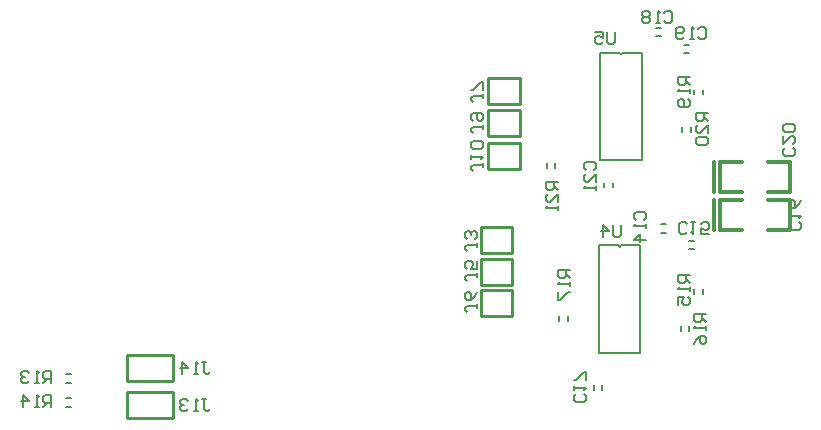
<source format=gbo>
G04 Layer_Color=32896*
%FSLAX25Y25*%
%MOIN*%
G70*
G01*
G75*
%ADD25C,0.00787*%
%ADD45C,0.01000*%
%ADD46C,0.01200*%
%ADD49C,0.00700*%
D25*
X378010Y194913D02*
X378650Y194274D01*
X379289Y194913D01*
X378435Y259134D02*
X379075Y258494D01*
X379715Y259134D01*
X392551Y201831D02*
X394126D01*
X392551Y199075D02*
X394126D01*
X401880Y196378D02*
X403455D01*
X401880Y193622D02*
X403455D01*
X372878Y146713D02*
Y148287D01*
X370122Y146713D02*
Y148287D01*
X390760Y267378D02*
X392335D01*
X390760Y264622D02*
X392335D01*
X400213Y261732D02*
X401787D01*
X400213Y258976D02*
X401787D01*
X376378Y214213D02*
Y215787D01*
X373622Y214213D02*
Y215787D01*
X194260Y149122D02*
X195835D01*
X194260Y151878D02*
X195835D01*
X194213Y141122D02*
X195787D01*
X194213Y143878D02*
X195787D01*
X406378Y178713D02*
Y180287D01*
X403622Y178713D02*
Y180287D01*
X401878Y166331D02*
Y167906D01*
X399122Y166331D02*
Y167906D01*
X361378Y169760D02*
Y171335D01*
X358622Y169760D02*
Y171335D01*
X406378Y245213D02*
Y246787D01*
X403622Y245213D02*
Y246787D01*
X402378Y232713D02*
Y234287D01*
X399622Y232713D02*
Y234287D01*
X357276Y220713D02*
Y222287D01*
X354520Y220713D02*
Y222287D01*
X385575Y159087D02*
Y194913D01*
X371775Y159087D02*
X385575D01*
X371775D02*
Y194913D01*
X378010D01*
X379289D02*
X385575D01*
X386000Y223307D02*
Y259134D01*
X372200Y223307D02*
X386000D01*
X372200D02*
Y259134D01*
X378435D01*
X379715D02*
X386000D01*
D45*
X342953Y192169D02*
Y200831D01*
X332323Y192169D02*
X342953D01*
X332323Y200831D02*
X342953D01*
X332323Y192169D02*
Y200831D01*
X342953Y181669D02*
Y190331D01*
X332323Y181669D02*
X342953D01*
X332323Y190331D02*
X342953D01*
X332323Y181669D02*
Y190331D01*
X342953Y171169D02*
Y179831D01*
X332323Y171169D02*
X342953D01*
X332323Y179831D02*
X342953D01*
X332323Y171169D02*
Y179831D01*
X345453Y242024D02*
Y250685D01*
X334823Y242024D02*
X345453D01*
X334823Y250685D02*
X345453D01*
X334823Y242024D02*
Y250685D01*
X345453Y231169D02*
Y239831D01*
X334823Y231169D02*
X345453D01*
X334823Y239831D02*
X345453D01*
X334823Y231169D02*
Y239831D01*
X345453Y220169D02*
Y228831D01*
X334823Y220169D02*
X345453D01*
X334823Y228831D02*
X345453D01*
X334823Y220169D02*
Y228831D01*
X229953Y137239D02*
Y145901D01*
X214598Y137239D02*
X229953D01*
X214598Y145901D02*
X229953D01*
X214598Y137239D02*
Y145901D01*
Y149606D02*
Y158268D01*
X229953D01*
X214598Y149606D02*
X229953D01*
Y158268D01*
D46*
X412000Y200000D02*
X419500D01*
X412000Y210000D02*
X419500D01*
X428000D02*
X435500D01*
X428000Y200000D02*
X435500D01*
X412000D02*
Y210000D01*
X435500Y200000D02*
Y210000D01*
X410200Y200000D02*
Y210000D01*
X412000Y212500D02*
X419500D01*
X412000Y222500D02*
X419500D01*
X428000D02*
X435500D01*
X428000Y212500D02*
X435500D01*
X412000D02*
Y222500D01*
X435500Y212500D02*
Y222500D01*
X410200Y212500D02*
Y222500D01*
D49*
X384168Y203334D02*
X383501Y204001D01*
Y205334D01*
X384168Y206000D01*
X386834D01*
X387500Y205334D01*
Y204001D01*
X386834Y203334D01*
X387500Y202001D02*
Y200668D01*
Y201335D01*
X383501D01*
X384168Y202001D01*
X387500Y196670D02*
X383501D01*
X385501Y198669D01*
Y196003D01*
X401166Y199168D02*
X400499Y198501D01*
X399166D01*
X398500Y199168D01*
Y201834D01*
X399166Y202500D01*
X400499D01*
X401166Y201834D01*
X402499Y202500D02*
X403832D01*
X403165D01*
Y198501D01*
X402499Y199168D01*
X408497Y198501D02*
X405831D01*
Y200501D01*
X407164Y199834D01*
X407830D01*
X408497Y200501D01*
Y201834D01*
X407830Y202500D01*
X406497D01*
X405831Y201834D01*
X438332Y202666D02*
X438999Y201999D01*
Y200666D01*
X438332Y200000D01*
X435666D01*
X435000Y200666D01*
Y201999D01*
X435666Y202666D01*
X435000Y203999D02*
Y205332D01*
Y204665D01*
X438999D01*
X438332Y203999D01*
X438999Y209997D02*
X438332Y208664D01*
X436999Y207331D01*
X435666D01*
X435000Y207997D01*
Y209330D01*
X435666Y209997D01*
X436333D01*
X436999Y209330D01*
Y207331D01*
X366832Y145166D02*
X367499Y144499D01*
Y143166D01*
X366832Y142500D01*
X364166D01*
X363500Y143166D01*
Y144499D01*
X364166Y145166D01*
X363500Y146499D02*
Y147832D01*
Y147165D01*
X367499D01*
X366832Y146499D01*
X367499Y149831D02*
Y152497D01*
X366832D01*
X364166Y149831D01*
X363500D01*
X393626Y272332D02*
X394292Y272999D01*
X395625D01*
X396291Y272332D01*
Y269666D01*
X395625Y269000D01*
X394292D01*
X393626Y269666D01*
X392293Y269000D02*
X390960D01*
X391626D01*
Y272999D01*
X392293Y272332D01*
X388960D02*
X388294Y272999D01*
X386961D01*
X386295Y272332D01*
Y271666D01*
X386961Y270999D01*
X386295Y270333D01*
Y269666D01*
X386961Y269000D01*
X388294D01*
X388960Y269666D01*
Y270333D01*
X388294Y270999D01*
X388960Y271666D01*
Y272332D01*
X388294Y270999D02*
X386961D01*
X404953Y267061D02*
X405620Y267727D01*
X406953D01*
X407619Y267061D01*
Y264395D01*
X406953Y263728D01*
X405620D01*
X404953Y264395D01*
X403620Y263728D02*
X402287D01*
X402954D01*
Y267727D01*
X403620Y267061D01*
X400288Y264395D02*
X399622Y263728D01*
X398289D01*
X397622Y264395D01*
Y267061D01*
X398289Y267727D01*
X399622D01*
X400288Y267061D01*
Y266394D01*
X399622Y265728D01*
X397622D01*
X436332Y227281D02*
X436999Y226615D01*
Y225282D01*
X436332Y224616D01*
X433666D01*
X433000Y225282D01*
Y226615D01*
X433666Y227281D01*
X433000Y231280D02*
Y228614D01*
X435666Y231280D01*
X436332D01*
X436999Y230614D01*
Y229281D01*
X436332Y228614D01*
Y232613D02*
X436999Y233279D01*
Y234612D01*
X436332Y235279D01*
X433666D01*
X433000Y234612D01*
Y233279D01*
X433666Y232613D01*
X436332D01*
X367593Y219834D02*
X366927Y220501D01*
Y221834D01*
X367593Y222500D01*
X370259D01*
X370925Y221834D01*
Y220501D01*
X370259Y219834D01*
X370925Y215835D02*
Y218501D01*
X368259Y215835D01*
X367593D01*
X366927Y216502D01*
Y217835D01*
X367593Y218501D01*
X370925Y214503D02*
Y213170D01*
Y213836D01*
X366927D01*
X367593Y214503D01*
X330999Y195666D02*
Y194333D01*
Y194999D01*
X327666D01*
X327000Y194333D01*
Y193667D01*
X327666Y193000D01*
X330332Y196999D02*
X330999Y197665D01*
Y198998D01*
X330332Y199664D01*
X329666D01*
X328999Y198998D01*
Y198332D01*
Y198998D01*
X328333Y199664D01*
X327666D01*
X327000Y198998D01*
Y197665D01*
X327666Y196999D01*
X330999Y185666D02*
Y184333D01*
Y184999D01*
X327666D01*
X327000Y184333D01*
Y183667D01*
X327666Y183000D01*
X330999Y189664D02*
Y186999D01*
X328999D01*
X329666Y188332D01*
Y188998D01*
X328999Y189664D01*
X327666D01*
X327000Y188998D01*
Y187665D01*
X327666Y186999D01*
X330999Y175166D02*
Y173833D01*
Y174499D01*
X327666D01*
X327000Y173833D01*
Y173167D01*
X327666Y172500D01*
X330999Y179165D02*
X330332Y177832D01*
X328999Y176499D01*
X327666D01*
X327000Y177165D01*
Y178498D01*
X327666Y179165D01*
X328333D01*
X328999Y178498D01*
Y176499D01*
X332999Y245166D02*
Y243833D01*
Y244499D01*
X329666D01*
X329000Y243833D01*
Y243166D01*
X329666Y242500D01*
X332999Y246499D02*
Y249165D01*
X332332D01*
X329666Y246499D01*
X329000D01*
X332999Y234930D02*
Y233597D01*
Y234263D01*
X329666D01*
X329000Y233597D01*
Y232930D01*
X329666Y232264D01*
Y236262D02*
X329000Y236929D01*
Y238262D01*
X329666Y238928D01*
X332332D01*
X332999Y238262D01*
Y236929D01*
X332332Y236262D01*
X331666D01*
X330999Y236929D01*
Y238928D01*
X332999Y222166D02*
Y220833D01*
Y221499D01*
X329666D01*
X329000Y220833D01*
Y220166D01*
X329666Y219500D01*
X329000Y223499D02*
Y224832D01*
Y224165D01*
X332999D01*
X332332Y223499D01*
Y226831D02*
X332999Y227497D01*
Y228830D01*
X332332Y229497D01*
X329666D01*
X329000Y228830D01*
Y227497D01*
X329666Y226831D01*
X332332D01*
X239334Y143499D02*
X240667D01*
X240001D01*
Y140166D01*
X240667Y139500D01*
X241334D01*
X242000Y140166D01*
X238001Y139500D02*
X236668D01*
X237335D01*
Y143499D01*
X238001Y142832D01*
X234669D02*
X234003Y143499D01*
X232670D01*
X232003Y142832D01*
Y142166D01*
X232670Y141499D01*
X233336D01*
X232670D01*
X232003Y140833D01*
Y140166D01*
X232670Y139500D01*
X234003D01*
X234669Y140166D01*
X239334Y155999D02*
X240667D01*
X240001D01*
Y152666D01*
X240667Y152000D01*
X241334D01*
X242000Y152666D01*
X238001Y152000D02*
X236668D01*
X237335D01*
Y155999D01*
X238001Y155332D01*
X232670Y152000D02*
Y155999D01*
X234669Y153999D01*
X232003D01*
X189000Y149000D02*
Y152999D01*
X187001D01*
X186334Y152332D01*
Y150999D01*
X187001Y150333D01*
X189000D01*
X187667D02*
X186334Y149000D01*
X185001D02*
X183668D01*
X184335D01*
Y152999D01*
X185001Y152332D01*
X181669D02*
X181003Y152999D01*
X179670D01*
X179003Y152332D01*
Y151666D01*
X179670Y150999D01*
X180336D01*
X179670D01*
X179003Y150333D01*
Y149667D01*
X179670Y149000D01*
X181003D01*
X181669Y149667D01*
X189000Y141000D02*
Y144999D01*
X187001D01*
X186334Y144332D01*
Y142999D01*
X187001Y142333D01*
X189000D01*
X187667D02*
X186334Y141000D01*
X185001D02*
X183668D01*
X184335D01*
Y144999D01*
X185001Y144332D01*
X179670Y141000D02*
Y144999D01*
X181669Y142999D01*
X179003D01*
X402000Y185000D02*
X398001D01*
Y183001D01*
X398668Y182334D01*
X400001D01*
X400667Y183001D01*
Y185000D01*
Y183667D02*
X402000Y182334D01*
Y181001D02*
Y179668D01*
Y180335D01*
X398001D01*
X398668Y181001D01*
X398001Y175003D02*
Y177669D01*
X400001D01*
X399334Y176336D01*
Y175670D01*
X400001Y175003D01*
X401334D01*
X402000Y175670D01*
Y177003D01*
X401334Y177669D01*
X407500Y171933D02*
X403501D01*
Y169934D01*
X404168Y169267D01*
X405501D01*
X406167Y169934D01*
Y171933D01*
Y170600D02*
X407500Y169267D01*
Y167934D02*
Y166602D01*
Y167268D01*
X403501D01*
X404168Y167934D01*
X403501Y161936D02*
X404168Y163269D01*
X405501Y164602D01*
X406834D01*
X407500Y163936D01*
Y162603D01*
X406834Y161936D01*
X406167D01*
X405501Y162603D01*
Y164602D01*
X362000Y186500D02*
X358001D01*
Y184501D01*
X358668Y183834D01*
X360001D01*
X360667Y184501D01*
Y186500D01*
Y185167D02*
X362000Y183834D01*
Y182501D02*
Y181168D01*
Y181835D01*
X358001D01*
X358668Y182501D01*
X358001Y179169D02*
Y176503D01*
X358668D01*
X361334Y179169D01*
X362000D01*
X402000Y251000D02*
X398001D01*
Y249001D01*
X398668Y248334D01*
X400001D01*
X400667Y249001D01*
Y251000D01*
Y249667D02*
X402000Y248334D01*
Y247001D02*
Y245668D01*
Y246335D01*
X398001D01*
X398668Y247001D01*
X401334Y243669D02*
X402000Y243003D01*
Y241670D01*
X401334Y241003D01*
X398668D01*
X398001Y241670D01*
Y243003D01*
X398668Y243669D01*
X399334D01*
X400001Y243003D01*
Y241003D01*
X408000Y239000D02*
X404001D01*
Y237001D01*
X404668Y236334D01*
X406001D01*
X406667Y237001D01*
Y239000D01*
Y237667D02*
X408000Y236334D01*
Y232335D02*
Y235001D01*
X405334Y232335D01*
X404668D01*
X404001Y233002D01*
Y234335D01*
X404668Y235001D01*
Y231003D02*
X404001Y230336D01*
Y229003D01*
X404668Y228337D01*
X407334D01*
X408000Y229003D01*
Y230336D01*
X407334Y231003D01*
X404668D01*
X358000Y216000D02*
X354001D01*
Y214001D01*
X354668Y213334D01*
X356001D01*
X356667Y214001D01*
Y216000D01*
Y214667D02*
X358000Y213334D01*
Y209335D02*
Y212001D01*
X355334Y209335D01*
X354668D01*
X354001Y210002D01*
Y211335D01*
X354668Y212001D01*
X358000Y208003D02*
Y206670D01*
Y207336D01*
X354001D01*
X354668Y208003D01*
X379150Y201499D02*
Y198167D01*
X378483Y197500D01*
X377150D01*
X376484Y198167D01*
Y201499D01*
X373151Y197500D02*
Y201499D01*
X375151Y199499D01*
X372485D01*
X377000Y265999D02*
Y262666D01*
X376334Y262000D01*
X375001D01*
X374334Y262666D01*
Y265999D01*
X370336D02*
X373001D01*
Y263999D01*
X371668Y264666D01*
X371002D01*
X370336Y263999D01*
Y262666D01*
X371002Y262000D01*
X372335D01*
X373001Y262666D01*
M02*

</source>
